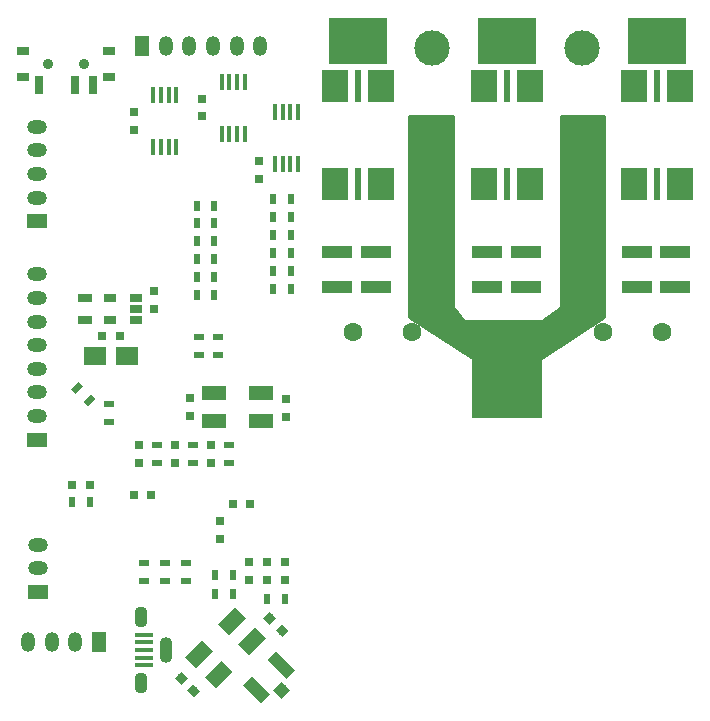
<source format=gbs>
%TF.GenerationSoftware,KiCad,Pcbnew,(5.1.4-0)*%
%TF.CreationDate,2019-11-16T13:15:52+08:00*%
%TF.ProjectId,VESC_6,56455343-5f36-42e6-9b69-6361645f7063,A*%
%TF.SameCoordinates,Original*%
%TF.FileFunction,Soldermask,Bot*%
%TF.FilePolarity,Negative*%
%FSLAX46Y46*%
G04 Gerber Fmt 4.6, Leading zero omitted, Abs format (unit mm)*
G04 Created by KiCad (PCBNEW (5.1.4-0)) date 2019-11-16 13:15:52*
%MOMM*%
%LPD*%
G04 APERTURE LIST*
%ADD10R,1.060000X0.650000*%
%ADD11R,1.000000X0.800000*%
%ADD12R,0.700000X1.500000*%
%ADD13C,0.900000*%
%ADD14R,1.300000X0.700000*%
%ADD15R,1.950000X1.500000*%
%ADD16R,0.450000X1.450000*%
%ADD17R,2.500000X1.000000*%
%ADD18R,0.797560X0.797560*%
%ADD19R,0.900000X0.500000*%
%ADD20R,0.500000X0.900000*%
%ADD21C,0.500000*%
%ADD22C,0.100000*%
%ADD23R,0.750000X0.800000*%
%ADD24R,0.800000X0.750000*%
%ADD25C,0.750000*%
%ADD26C,1.300000*%
%ADD27R,2.000000X1.300000*%
%ADD28C,1.600000*%
%ADD29R,1.699260X1.198880*%
%ADD30O,1.699260X1.198880*%
%ADD31C,3.000000*%
%ADD32R,1.198880X1.699260*%
%ADD33O,1.198880X1.699260*%
%ADD34R,1.500000X0.450000*%
%ADD35O,1.100000X1.800000*%
%ADD36O,1.100000X2.200000*%
%ADD37C,1.050000*%
%ADD38C,1.000000*%
%ADD39R,5.000000X4.000000*%
%ADD40R,6.000000X5.000000*%
%ADD41R,0.600000X2.700000*%
%ADD42R,2.300000X2.700000*%
%ADD43C,0.254000*%
G04 APERTURE END LIST*
D10*
X124135000Y-79300000D03*
X124135000Y-81200000D03*
X126335000Y-81200000D03*
X126335000Y-80250000D03*
X126335000Y-79300000D03*
D11*
X116746000Y-60592000D03*
X124046000Y-60592000D03*
X124046000Y-58392000D03*
X116746000Y-58392000D03*
D12*
X122646000Y-61242000D03*
X121146000Y-61242000D03*
X118146000Y-61242000D03*
D13*
X121896000Y-59492000D03*
X118896000Y-59492000D03*
D14*
X122047000Y-81200000D03*
X122047000Y-79300000D03*
D15*
X125603000Y-84201000D03*
X122853000Y-84201000D03*
D16*
X138090000Y-67986000D03*
X138740000Y-67986000D03*
X139390000Y-67986000D03*
X140040000Y-67986000D03*
X140040000Y-63586000D03*
X139390000Y-63586000D03*
X138740000Y-63586000D03*
X138090000Y-63586000D03*
X135518800Y-60995200D03*
X134868800Y-60995200D03*
X134218800Y-60995200D03*
X133568800Y-60995200D03*
X133568800Y-65395200D03*
X134218800Y-65395200D03*
X134868800Y-65395200D03*
X135518800Y-65395200D03*
X129740300Y-62138200D03*
X129090300Y-62138200D03*
X128440300Y-62138200D03*
X127790300Y-62138200D03*
X127790300Y-66538200D03*
X128440300Y-66538200D03*
X129090300Y-66538200D03*
X129740300Y-66538200D03*
D17*
X143383000Y-75398500D03*
X143383000Y-78398500D03*
X146685000Y-75398500D03*
X146685000Y-78398500D03*
X159385000Y-75398500D03*
X159385000Y-78398500D03*
X156083000Y-75398500D03*
X156083000Y-78398500D03*
X168783000Y-75398500D03*
X168783000Y-78398500D03*
X171958000Y-75398500D03*
X171958000Y-78398500D03*
D18*
X138942300Y-103156000D03*
X138942300Y-101657400D03*
X137414000Y-103187500D03*
X137414000Y-101688900D03*
X135890000Y-103187500D03*
X135890000Y-101688900D03*
D19*
X130556000Y-101739000D03*
X130556000Y-103239000D03*
X128778000Y-103239000D03*
X128778000Y-101739000D03*
X127004300Y-103227000D03*
X127004300Y-101727000D03*
D20*
X120916000Y-96583500D03*
X122416000Y-96583500D03*
X138926000Y-104775000D03*
X137426000Y-104775000D03*
X134531800Y-104343200D03*
X133031800Y-104343200D03*
X134531800Y-102743000D03*
X133031800Y-102743000D03*
D19*
X133281000Y-82619000D03*
X133281000Y-84119000D03*
X131684800Y-82630200D03*
X131684800Y-84130200D03*
D20*
X132966500Y-71501000D03*
X131466500Y-71501000D03*
X132966500Y-72961500D03*
X131466500Y-72961500D03*
X132966500Y-74485500D03*
X131466500Y-74485500D03*
X132966500Y-76009500D03*
X131466500Y-76009500D03*
X132966500Y-77533500D03*
X131466500Y-77533500D03*
X132966500Y-79057500D03*
X131466500Y-79057500D03*
D19*
X124002800Y-89789700D03*
X124002800Y-88289700D03*
D21*
X121326170Y-86909170D03*
D22*
G36*
X121821145Y-86767749D02*
G01*
X121184749Y-87404145D01*
X120831195Y-87050591D01*
X121467591Y-86414195D01*
X121821145Y-86767749D01*
X121821145Y-86767749D01*
G37*
D21*
X122386830Y-87969830D03*
D22*
G36*
X122881805Y-87828409D02*
G01*
X122245409Y-88464805D01*
X121891855Y-88111251D01*
X122528251Y-87474855D01*
X122881805Y-87828409D01*
X122881805Y-87828409D01*
G37*
D20*
X137922000Y-70929500D03*
X139422000Y-70929500D03*
X137921300Y-72466200D03*
X139421300Y-72466200D03*
X137934000Y-73977500D03*
X139434000Y-73977500D03*
X137934000Y-75501500D03*
X139434000Y-75501500D03*
X137934000Y-77025500D03*
X139434000Y-77025500D03*
X137934000Y-78549500D03*
X139434000Y-78549500D03*
D19*
X134239000Y-91782200D03*
X134239000Y-93282200D03*
X131191000Y-91782200D03*
X131191000Y-93282200D03*
X128143000Y-91782200D03*
X128143000Y-93282200D03*
D23*
X136779000Y-67703000D03*
X136779000Y-69203000D03*
D24*
X134505000Y-96774000D03*
X136005000Y-96774000D03*
X120903300Y-95135700D03*
X122403300Y-95135700D03*
D23*
X138988800Y-87845200D03*
X138988800Y-89345200D03*
D24*
X126123000Y-96012000D03*
X127623000Y-96012000D03*
D23*
X133477000Y-99695000D03*
X133477000Y-98195000D03*
X130937000Y-89269000D03*
X130937000Y-87769000D03*
X127889000Y-80252000D03*
X127889000Y-78752000D03*
X132715000Y-93282200D03*
X132715000Y-91782200D03*
X129667000Y-93282200D03*
X129667000Y-91782200D03*
X131953000Y-63920500D03*
X131953000Y-62420500D03*
X126174500Y-65087500D03*
X126174500Y-63587500D03*
X126619000Y-93282200D03*
X126619000Y-91782200D03*
D25*
X130152670Y-111483670D03*
D22*
G36*
X130700678Y-111501348D02*
G01*
X130170348Y-112031678D01*
X129604662Y-111465992D01*
X130134992Y-110935662D01*
X130700678Y-111501348D01*
X130700678Y-111501348D01*
G37*
D25*
X131213330Y-112544330D03*
D22*
G36*
X131761338Y-112562008D02*
G01*
X131231008Y-113092338D01*
X130665322Y-112526652D01*
X131195652Y-111996322D01*
X131761338Y-112562008D01*
X131761338Y-112562008D01*
G37*
D25*
X138706330Y-107464330D03*
D22*
G36*
X138158322Y-107446652D02*
G01*
X138688652Y-106916322D01*
X139254338Y-107482008D01*
X138724008Y-108012338D01*
X138158322Y-107446652D01*
X138158322Y-107446652D01*
G37*
D25*
X137645670Y-106403670D03*
D22*
G36*
X137097662Y-106385992D02*
G01*
X137627992Y-105855662D01*
X138193678Y-106421348D01*
X137663348Y-106951678D01*
X137097662Y-106385992D01*
X137097662Y-106385992D01*
G37*
D24*
X124956000Y-82550000D03*
X123456000Y-82550000D03*
D26*
X131646058Y-109480885D03*
D22*
G36*
X131398571Y-110647611D02*
G01*
X130479332Y-109728372D01*
X131893545Y-108314159D01*
X132812784Y-109233398D01*
X131398571Y-110647611D01*
X131398571Y-110647611D01*
G37*
D26*
X134474485Y-106652458D03*
D22*
G36*
X134226998Y-107819184D02*
G01*
X133307759Y-106899945D01*
X134721972Y-105485732D01*
X135641211Y-106404971D01*
X134226998Y-107819184D01*
X134226998Y-107819184D01*
G37*
D26*
X136171542Y-108349515D03*
D22*
G36*
X135924055Y-109516241D02*
G01*
X135004816Y-108597002D01*
X136419029Y-107182789D01*
X137338268Y-108102028D01*
X135924055Y-109516241D01*
X135924055Y-109516241D01*
G37*
D26*
X133343115Y-111177942D03*
D22*
G36*
X133095628Y-112344668D02*
G01*
X132176389Y-111425429D01*
X133590602Y-110011216D01*
X134509841Y-110930455D01*
X133095628Y-112344668D01*
X133095628Y-112344668D01*
G37*
D27*
X136906000Y-87339320D03*
X132906000Y-87339320D03*
X132906000Y-89739320D03*
X136906000Y-89739320D03*
D28*
X149726000Y-82169000D03*
X144726000Y-82169000D03*
X165842000Y-82169000D03*
X170842000Y-82169000D03*
D29*
X118000000Y-104203040D03*
D30*
X118000000Y-100200000D03*
X118000000Y-102201520D03*
D31*
X151384000Y-58166000D03*
X164084000Y-58166000D03*
D32*
X123184920Y-108458000D03*
D33*
X119181880Y-108458000D03*
X121183400Y-108458000D03*
X117182900Y-108458000D03*
D32*
X126846200Y-58000000D03*
D33*
X130849240Y-58000000D03*
X128847720Y-58000000D03*
X132848220Y-58000000D03*
X134849740Y-58000000D03*
X136851260Y-58000000D03*
D30*
X117983000Y-79298740D03*
X117983000Y-81297720D03*
X117983000Y-83299240D03*
D29*
X117983000Y-91305320D03*
D30*
X117983000Y-87302280D03*
X117983000Y-89303800D03*
X117983000Y-85303300D03*
X117983000Y-77299760D03*
D29*
X117983000Y-72803040D03*
D30*
X117983000Y-68800000D03*
X117983000Y-70801520D03*
X117983000Y-66801020D03*
X117983000Y-64799500D03*
D34*
X127000000Y-109100000D03*
X127000000Y-109750000D03*
X127000000Y-108450000D03*
X127000000Y-110400000D03*
X127000000Y-107800000D03*
D35*
X126750000Y-106300000D03*
X126750000Y-111900000D03*
D36*
X128900000Y-109100000D03*
D37*
X136543142Y-112467107D03*
D22*
G36*
X137692191Y-112873693D02*
G01*
X136949728Y-113616156D01*
X135394093Y-112060521D01*
X136136556Y-111318058D01*
X137692191Y-112873693D01*
X137692191Y-112873693D01*
G37*
D38*
X138664462Y-112502462D03*
D22*
G36*
X139389246Y-112520140D02*
G01*
X138682140Y-113227246D01*
X137939678Y-112484784D01*
X138646784Y-111777678D01*
X139389246Y-112520140D01*
X139389246Y-112520140D01*
G37*
D37*
X138629107Y-110381142D03*
D22*
G36*
X139778156Y-110787728D02*
G01*
X139035693Y-111530191D01*
X137480058Y-109974556D01*
X138222521Y-109232093D01*
X139778156Y-110787728D01*
X139778156Y-110787728D01*
G37*
D39*
X145114500Y-57531000D03*
X157734000Y-57531000D03*
X170434000Y-57531000D03*
D40*
X157734000Y-87000000D03*
D41*
X145116000Y-69682000D03*
X145116000Y-61382000D03*
D42*
X143166000Y-69682000D03*
X147066000Y-61382000D03*
X147066000Y-69682000D03*
X143166000Y-61382000D03*
D41*
X170434000Y-69682000D03*
X170434000Y-61382000D03*
D42*
X168484000Y-69682000D03*
X172384000Y-61382000D03*
X172384000Y-69682000D03*
X168484000Y-61382000D03*
D41*
X157734000Y-69682000D03*
X157734000Y-61382000D03*
D42*
X155784000Y-69682000D03*
X159684000Y-61382000D03*
X159684000Y-69682000D03*
X155784000Y-61382000D03*
D43*
G36*
X153162000Y-80010000D02*
G01*
X153164440Y-80034776D01*
X153171667Y-80058601D01*
X153188752Y-80087970D01*
X154077752Y-81230970D01*
X154094890Y-81249030D01*
X154115221Y-81263398D01*
X154137965Y-81273525D01*
X154162248Y-81279019D01*
X154178000Y-81280000D01*
X160655000Y-81280000D01*
X160679776Y-81277560D01*
X160703601Y-81270333D01*
X160731200Y-81254600D01*
X162255200Y-80111600D01*
X162273557Y-80094782D01*
X162288280Y-80074706D01*
X162298804Y-80052143D01*
X162304724Y-80027961D01*
X162306000Y-80010000D01*
X162306000Y-63881000D01*
X165989000Y-63881000D01*
X165989000Y-80956284D01*
X160491018Y-84455000D01*
X154976982Y-84455000D01*
X149479000Y-80956284D01*
X149479000Y-63881000D01*
X153162000Y-63881000D01*
X153162000Y-80010000D01*
X153162000Y-80010000D01*
G37*
X153162000Y-80010000D02*
X153164440Y-80034776D01*
X153171667Y-80058601D01*
X153188752Y-80087970D01*
X154077752Y-81230970D01*
X154094890Y-81249030D01*
X154115221Y-81263398D01*
X154137965Y-81273525D01*
X154162248Y-81279019D01*
X154178000Y-81280000D01*
X160655000Y-81280000D01*
X160679776Y-81277560D01*
X160703601Y-81270333D01*
X160731200Y-81254600D01*
X162255200Y-80111600D01*
X162273557Y-80094782D01*
X162288280Y-80074706D01*
X162298804Y-80052143D01*
X162304724Y-80027961D01*
X162306000Y-80010000D01*
X162306000Y-63881000D01*
X165989000Y-63881000D01*
X165989000Y-80956284D01*
X160491018Y-84455000D01*
X154976982Y-84455000D01*
X149479000Y-80956284D01*
X149479000Y-63881000D01*
X153162000Y-63881000D01*
X153162000Y-80010000D01*
M02*

</source>
